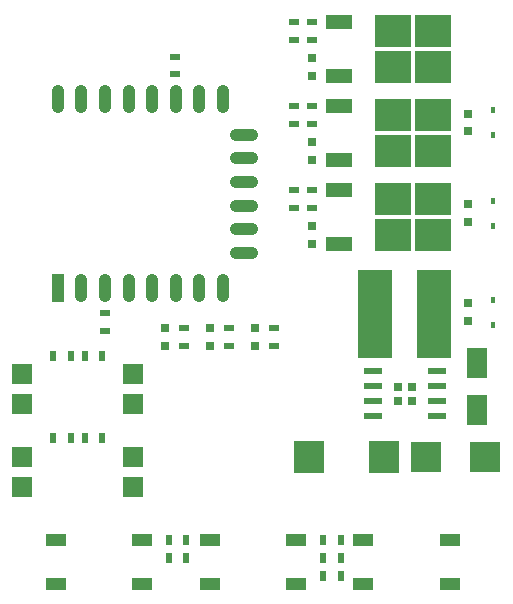
<source format=gtp>
G04 #@! TF.GenerationSoftware,KiCad,Pcbnew,5.0.0-rc3-unknown-eaf938c~65~ubuntu16.04.1*
G04 #@! TF.CreationDate,2018-07-22T11:01:41+02:00*
G04 #@! TF.ProjectId,reservoir_controller,7265736572766F69725F636F6E74726F,rev?*
G04 #@! TF.SameCoordinates,Original*
G04 #@! TF.FileFunction,Paste,Top*
G04 #@! TF.FilePolarity,Positive*
%FSLAX46Y46*%
G04 Gerber Fmt 4.6, Leading zero omitted, Abs format (unit mm)*
G04 Created by KiCad (PCBNEW 5.0.0-rc3-unknown-eaf938c~65~ubuntu16.04.1) date Sun Jul 22 11:01:41 2018*
%MOMM*%
%LPD*%
G01*
G04 APERTURE LIST*
%ADD10R,3.000000X7.500000*%
%ADD11R,0.705000X0.705000*%
%ADD12R,1.550000X0.600000*%
%ADD13R,0.797560X0.797560*%
%ADD14R,1.700000X1.000000*%
%ADD15R,2.550000X2.500000*%
%ADD16R,2.550000X2.700000*%
%ADD17R,1.800000X2.500000*%
%ADD18R,0.900000X0.500000*%
%ADD19R,0.500000X0.900000*%
%ADD20R,0.450000X0.600000*%
%ADD21R,0.750000X0.800000*%
%ADD22O,2.400000X1.100000*%
%ADD23R,1.100000X2.400000*%
%ADD24O,1.100000X2.400000*%
%ADD25R,1.680000X1.710000*%
%ADD26R,2.200000X1.200000*%
%ADD27R,3.050000X2.750000*%
G04 APERTURE END LIST*
D10*
G04 #@! TO.C,L1*
X40346000Y-26035000D03*
X35346000Y-26035000D03*
G04 #@! TD*
D11*
G04 #@! TO.C,U4*
X37258500Y-32178500D03*
X37258500Y-33353500D03*
X38433500Y-32178500D03*
X38433500Y-33353500D03*
D12*
X40546000Y-30861000D03*
X40546000Y-32131000D03*
X40546000Y-33401000D03*
X40546000Y-34671000D03*
X35146000Y-34671000D03*
X35146000Y-33401000D03*
X35146000Y-32131000D03*
X35146000Y-30861000D03*
G04 #@! TD*
D13*
G04 #@! TO.C,D3*
X25209500Y-27190700D03*
X25209500Y-28689300D03*
G04 #@! TD*
G04 #@! TO.C,D1*
X29972000Y-18554700D03*
X29972000Y-20053300D03*
G04 #@! TD*
G04 #@! TO.C,D4*
X29972000Y-11442700D03*
X29972000Y-12941300D03*
G04 #@! TD*
G04 #@! TO.C,D6*
X29972000Y-4330700D03*
X29972000Y-5829300D03*
G04 #@! TD*
G04 #@! TO.C,D8*
X17589500Y-27190700D03*
X17589500Y-28689300D03*
G04 #@! TD*
G04 #@! TO.C,D9*
X21399500Y-27190700D03*
X21399500Y-28689300D03*
G04 #@! TD*
D14*
G04 #@! TO.C,SW3*
X34350000Y-45140000D03*
X41650000Y-45140000D03*
X34350000Y-48840000D03*
X41650000Y-48840000D03*
G04 #@! TD*
G04 #@! TO.C,SW1*
X8350000Y-45140000D03*
X15650000Y-45140000D03*
X8350000Y-48840000D03*
X15650000Y-48840000D03*
G04 #@! TD*
G04 #@! TO.C,SW2*
X28650000Y-48840000D03*
X21350000Y-48840000D03*
X28650000Y-45140000D03*
X21350000Y-45140000D03*
G04 #@! TD*
D15*
G04 #@! TO.C,C4*
X39639000Y-38100000D03*
X44689000Y-38100000D03*
G04 #@! TD*
D16*
G04 #@! TO.C,C5*
X36068000Y-38100000D03*
X29718000Y-38100000D03*
G04 #@! TD*
D17*
G04 #@! TO.C,D10*
X43942000Y-34131000D03*
X43942000Y-30131000D03*
G04 #@! TD*
D18*
G04 #@! TO.C,R1*
X12446000Y-27420000D03*
X12446000Y-25920000D03*
G04 #@! TD*
G04 #@! TO.C,R2*
X18415000Y-5703000D03*
X18415000Y-4203000D03*
G04 #@! TD*
G04 #@! TO.C,R3*
X28448000Y-15506000D03*
X28448000Y-17006000D03*
G04 #@! TD*
G04 #@! TO.C,R4*
X29972000Y-17006000D03*
X29972000Y-15506000D03*
G04 #@! TD*
D19*
G04 #@! TO.C,R5*
X32436500Y-45148500D03*
X30936500Y-45148500D03*
G04 #@! TD*
G04 #@! TO.C,R6*
X30936500Y-48196500D03*
X32436500Y-48196500D03*
G04 #@! TD*
G04 #@! TO.C,R7*
X17855500Y-46672500D03*
X19355500Y-46672500D03*
G04 #@! TD*
G04 #@! TO.C,R8*
X19355500Y-45148500D03*
X17855500Y-45148500D03*
G04 #@! TD*
G04 #@! TO.C,R9*
X32436500Y-46672500D03*
X30936500Y-46672500D03*
G04 #@! TD*
D18*
G04 #@! TO.C,R10*
X26797000Y-27190000D03*
X26797000Y-28690000D03*
G04 #@! TD*
G04 #@! TO.C,R13*
X28448000Y-9894000D03*
X28448000Y-8394000D03*
G04 #@! TD*
G04 #@! TO.C,R14*
X29972000Y-8394000D03*
X29972000Y-9894000D03*
G04 #@! TD*
G04 #@! TO.C,R15*
X28448000Y-2782000D03*
X28448000Y-1282000D03*
G04 #@! TD*
G04 #@! TO.C,R16*
X29972000Y-1282000D03*
X29972000Y-2782000D03*
G04 #@! TD*
G04 #@! TO.C,R19*
X19177000Y-27190000D03*
X19177000Y-28690000D03*
G04 #@! TD*
G04 #@! TO.C,R20*
X22987000Y-28690000D03*
X22987000Y-27190000D03*
G04 #@! TD*
D20*
G04 #@! TO.C,D2*
X45339000Y-26894500D03*
X45339000Y-24794500D03*
G04 #@! TD*
G04 #@! TO.C,D5*
X45339000Y-16412500D03*
X45339000Y-18512500D03*
G04 #@! TD*
G04 #@! TO.C,D7*
X45339000Y-10829000D03*
X45339000Y-8729000D03*
G04 #@! TD*
D21*
G04 #@! TO.C,C1*
X43180000Y-26594500D03*
X43180000Y-25094500D03*
G04 #@! TD*
G04 #@! TO.C,C2*
X43180000Y-18212500D03*
X43180000Y-16712500D03*
G04 #@! TD*
G04 #@! TO.C,C3*
X43180000Y-9029000D03*
X43180000Y-10529000D03*
G04 #@! TD*
D22*
G04 #@! TO.C,U1*
X24226201Y-20829000D03*
X24226201Y-18829000D03*
X24226201Y-16829000D03*
X24226201Y-14829000D03*
X24226201Y-12829000D03*
X24226201Y-10829000D03*
D23*
X8476201Y-23819000D03*
D24*
X10476201Y-23819000D03*
X12476201Y-23819000D03*
X14476201Y-23819000D03*
X16476201Y-23819000D03*
X18476201Y-23819000D03*
X20476201Y-23819000D03*
X22476201Y-23819000D03*
X22476201Y-7819000D03*
X20476201Y-7819000D03*
X18476201Y-7819000D03*
X16476201Y-7819000D03*
X14476201Y-7819000D03*
X12476201Y-7819000D03*
X10476201Y-7819000D03*
X8476201Y-7819000D03*
G04 #@! TD*
D19*
G04 #@! TO.C,R11*
X9576500Y-36512500D03*
X8076500Y-36512500D03*
G04 #@! TD*
G04 #@! TO.C,R12*
X10743500Y-36512500D03*
X12243500Y-36512500D03*
G04 #@! TD*
G04 #@! TO.C,R17*
X8076500Y-29527500D03*
X9576500Y-29527500D03*
G04 #@! TD*
G04 #@! TO.C,R18*
X12243500Y-29527500D03*
X10743500Y-29527500D03*
G04 #@! TD*
D25*
G04 #@! TO.C,U2*
X5460000Y-38100000D03*
X5460000Y-40640000D03*
X14860000Y-40640000D03*
X14860000Y-38100000D03*
G04 #@! TD*
G04 #@! TO.C,U3*
X14860000Y-31115000D03*
X14860000Y-33655000D03*
X5460000Y-33655000D03*
X5460000Y-31115000D03*
G04 #@! TD*
D26*
G04 #@! TO.C,Q1*
X32249000Y-15500000D03*
X32249000Y-20060000D03*
D27*
X40224000Y-19305000D03*
X36874000Y-16255000D03*
X40224000Y-16255000D03*
X36874000Y-19305000D03*
G04 #@! TD*
G04 #@! TO.C,Q2*
X36874000Y-12193000D03*
X40224000Y-9143000D03*
X36874000Y-9143000D03*
X40224000Y-12193000D03*
D26*
X32249000Y-12948000D03*
X32249000Y-8388000D03*
G04 #@! TD*
D27*
G04 #@! TO.C,Q3*
X36874000Y-5081000D03*
X40224000Y-2031000D03*
X36874000Y-2031000D03*
X40224000Y-5081000D03*
D26*
X32249000Y-5836000D03*
X32249000Y-1276000D03*
G04 #@! TD*
M02*

</source>
